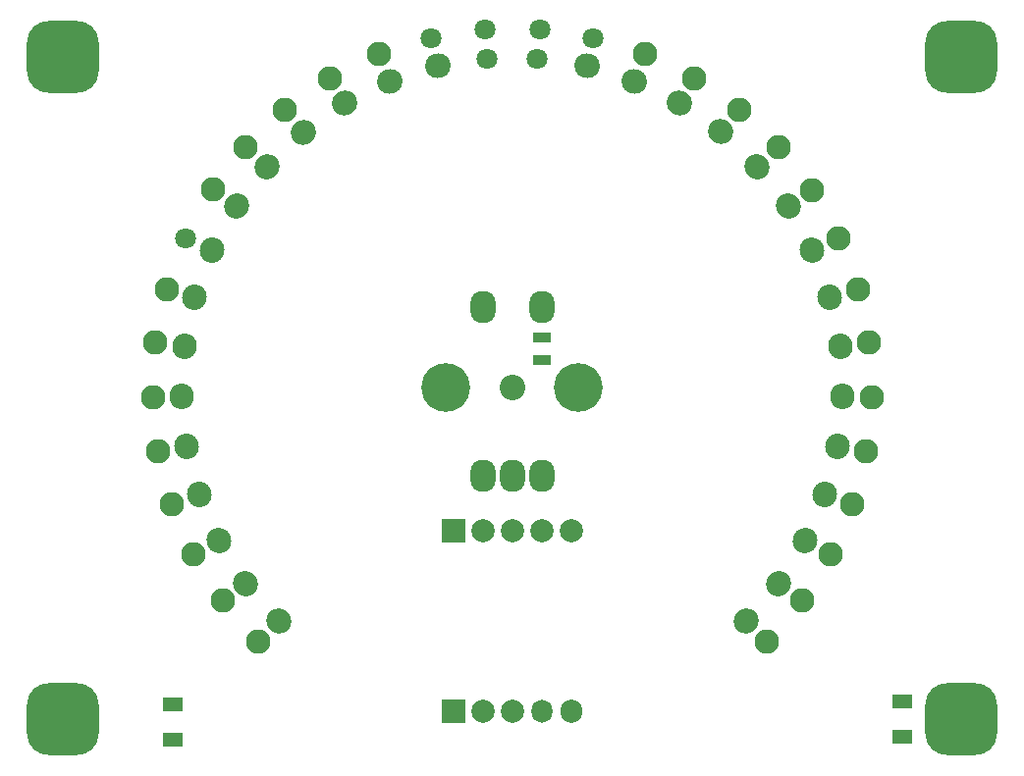
<source format=gbs>
G04 Layer_Color=16711935*
%FSLAX44Y44*%
%MOMM*%
G71*
G01*
G75*
%ADD66R,1.5032X0.9032*%
%ADD71R,1.8032X1.2032*%
%ADD75O,1.9032X2.0032*%
%ADD76O,1.8032X2.0032*%
%ADD77C,2.0032*%
%ADD78R,2.0032X2.0032*%
%ADD79C,2.2032*%
G04:AMPARAMS|DCode=80|XSize=6.2032mm|YSize=6.2032mm|CornerRadius=1.9016mm|HoleSize=0mm|Usage=FLASHONLY|Rotation=0.000|XOffset=0mm|YOffset=0mm|HoleType=Round|Shape=RoundedRectangle|*
%AMROUNDEDRECTD80*
21,1,6.2032,2.4000,0,0,0.0*
21,1,2.4000,6.2032,0,0,0.0*
1,1,3.8032,1.2000,-1.2000*
1,1,3.8032,-1.2000,-1.2000*
1,1,3.8032,-1.2000,1.2000*
1,1,3.8032,1.2000,1.2000*
%
%ADD80ROUNDEDRECTD80*%
%ADD81C,2.1032*%
G04:AMPARAMS|DCode=82|XSize=2.1032mm|YSize=2.2032mm|CornerRadius=0mm|HoleSize=0mm|Usage=FLASHONLY|Rotation=315.063|XOffset=0mm|YOffset=0mm|HoleType=Round|Shape=Round|*
%AMOVALD82*
21,1,0.1000,2.1032,0.0000,0.0000,45.1*
1,1,2.1032,-0.0353,-0.0354*
1,1,2.1032,0.0353,0.0354*
%
%ADD82OVALD82*%

G04:AMPARAMS|DCode=83|XSize=2.1032mm|YSize=2.2032mm|CornerRadius=0mm|HoleSize=0mm|Usage=FLASHONLY|Rotation=24.678|XOffset=0mm|YOffset=0mm|HoleType=Round|Shape=Round|*
%AMOVALD83*
21,1,0.1000,2.1032,0.0000,0.0000,114.7*
1,1,2.1032,0.0209,-0.0454*
1,1,2.1032,-0.0209,0.0454*
%
%ADD83OVALD83*%

%ADD84C,1.8032*%
G04:AMPARAMS|DCode=85|XSize=2.1032mm|YSize=2.2032mm|CornerRadius=0mm|HoleSize=0mm|Usage=FLASHONLY|Rotation=163.883|XOffset=0mm|YOffset=0mm|HoleType=Round|Shape=Round|*
%AMOVALD85*
21,1,0.1000,2.1032,0.0000,0.0000,253.9*
1,1,2.1032,0.0139,0.0480*
1,1,2.1032,-0.0139,-0.0480*
%
%ADD85OVALD85*%

G04:AMPARAMS|DCode=86|XSize=2.1032mm|YSize=2.2032mm|CornerRadius=0mm|HoleSize=0mm|Usage=FLASHONLY|Rotation=323.650|XOffset=0mm|YOffset=0mm|HoleType=Round|Shape=Round|*
%AMOVALD86*
21,1,0.1000,2.1032,0.0000,0.0000,53.6*
1,1,2.1032,-0.0296,-0.0403*
1,1,2.1032,0.0296,0.0403*
%
%ADD86OVALD86*%

G04:AMPARAMS|DCode=87|XSize=2.1032mm|YSize=2.2032mm|CornerRadius=0mm|HoleSize=0mm|Usage=FLASHONLY|Rotation=33.388|XOffset=0mm|YOffset=0mm|HoleType=Round|Shape=Round|*
%AMOVALD87*
21,1,0.1000,2.1032,0.0000,0.0000,123.4*
1,1,2.1032,0.0275,-0.0418*
1,1,2.1032,-0.0275,0.0418*
%
%ADD87OVALD87*%

G04:AMPARAMS|DCode=88|XSize=2.1032mm|YSize=2.2032mm|CornerRadius=0mm|HoleSize=0mm|Usage=FLASHONLY|Rotation=103.066|XOffset=0mm|YOffset=0mm|HoleType=Round|Shape=Round|*
%AMOVALD88*
21,1,0.1000,2.1032,0.0000,0.0000,193.1*
1,1,2.1032,0.0487,0.0113*
1,1,2.1032,-0.0487,-0.0113*
%
%ADD88OVALD88*%

G04:AMPARAMS|DCode=89|XSize=2.1032mm|YSize=2.2032mm|CornerRadius=0mm|HoleSize=0mm|Usage=FLASHONLY|Rotation=172.744|XOffset=0mm|YOffset=0mm|HoleType=Round|Shape=Round|*
%AMOVALD89*
21,1,0.1000,2.1032,0.0000,0.0000,262.7*
1,1,2.1032,0.0063,0.0496*
1,1,2.1032,-0.0063,-0.0496*
%
%ADD89OVALD89*%

G04:AMPARAMS|DCode=90|XSize=2.1032mm|YSize=2.2032mm|CornerRadius=0mm|HoleSize=0mm|Usage=FLASHONLY|Rotation=332.467|XOffset=0mm|YOffset=0mm|HoleType=Round|Shape=Round|*
%AMOVALD90*
21,1,0.1000,2.1032,0.0000,0.0000,62.5*
1,1,2.1032,-0.0231,-0.0443*
1,1,2.1032,0.0231,0.0443*
%
%ADD90OVALD90*%

G04:AMPARAMS|DCode=91|XSize=2.1032mm|YSize=2.2032mm|CornerRadius=0mm|HoleSize=0mm|Usage=FLASHONLY|Rotation=42.098|XOffset=0mm|YOffset=0mm|HoleType=Round|Shape=Round|*
%AMOVALD91*
21,1,0.1000,2.1032,0.0000,0.0000,132.1*
1,1,2.1032,0.0335,-0.0371*
1,1,2.1032,-0.0335,0.0371*
%
%ADD91OVALD91*%

G04:AMPARAMS|DCode=92|XSize=2.1032mm|YSize=2.2032mm|CornerRadius=0mm|HoleSize=0mm|Usage=FLASHONLY|Rotation=111.776|XOffset=0mm|YOffset=0mm|HoleType=Round|Shape=Round|*
%AMOVALD92*
21,1,0.1000,2.1032,0.0000,0.0000,201.8*
1,1,2.1032,0.0464,0.0186*
1,1,2.1032,-0.0464,-0.0186*
%
%ADD92OVALD92*%

G04:AMPARAMS|DCode=93|XSize=2.1032mm|YSize=2.2032mm|CornerRadius=0mm|HoleSize=0mm|Usage=FLASHONLY|Rotation=181.453|XOffset=0mm|YOffset=0mm|HoleType=Round|Shape=Round|*
%AMOVALD93*
21,1,0.1000,2.1032,0.0000,0.0000,271.5*
1,1,2.1032,-0.0013,0.0500*
1,1,2.1032,0.0013,-0.0500*
%
%ADD93OVALD93*%

G04:AMPARAMS|DCode=94|XSize=2.1032mm|YSize=2.2032mm|CornerRadius=0mm|HoleSize=0mm|Usage=FLASHONLY|Rotation=341.100|XOffset=0mm|YOffset=0mm|HoleType=Round|Shape=Round|*
%AMOVALD94*
21,1,0.1000,2.1032,0.0000,0.0000,71.1*
1,1,2.1032,-0.0162,-0.0473*
1,1,2.1032,0.0162,0.0473*
%
%ADD94OVALD94*%

G04:AMPARAMS|DCode=95|XSize=2.1032mm|YSize=2.2032mm|CornerRadius=0mm|HoleSize=0mm|Usage=FLASHONLY|Rotation=50.807|XOffset=0mm|YOffset=0mm|HoleType=Round|Shape=Round|*
%AMOVALD95*
21,1,0.1000,2.1032,0.0000,0.0000,140.8*
1,1,2.1032,0.0387,-0.0316*
1,1,2.1032,-0.0387,0.0316*
%
%ADD95OVALD95*%

G04:AMPARAMS|DCode=96|XSize=2.1032mm|YSize=2.2032mm|CornerRadius=0mm|HoleSize=0mm|Usage=FLASHONLY|Rotation=120.486|XOffset=0mm|YOffset=0mm|HoleType=Round|Shape=Round|*
%AMOVALD96*
21,1,0.1000,2.1032,0.0000,0.0000,210.5*
1,1,2.1032,0.0431,0.0254*
1,1,2.1032,-0.0431,-0.0254*
%
%ADD96OVALD96*%

G04:AMPARAMS|DCode=97|XSize=2.1032mm|YSize=2.2032mm|CornerRadius=0mm|HoleSize=0mm|Usage=FLASHONLY|Rotation=190.163|XOffset=0mm|YOffset=0mm|HoleType=Round|Shape=Round|*
%AMOVALD97*
21,1,0.1000,2.1032,0.0000,0.0000,280.2*
1,1,2.1032,-0.0088,0.0492*
1,1,2.1032,0.0088,-0.0492*
%
%ADD97OVALD97*%

G04:AMPARAMS|DCode=98|XSize=2.1032mm|YSize=2.2032mm|CornerRadius=0mm|HoleSize=0mm|Usage=FLASHONLY|Rotation=349.821|XOffset=0mm|YOffset=0mm|HoleType=Round|Shape=Round|*
%AMOVALD98*
21,1,0.1000,2.1032,0.0000,0.0000,79.8*
1,1,2.1032,-0.0088,-0.0492*
1,1,2.1032,0.0088,0.0492*
%
%ADD98OVALD98*%

G04:AMPARAMS|DCode=99|XSize=2.1032mm|YSize=2.2032mm|CornerRadius=0mm|HoleSize=0mm|Usage=FLASHONLY|Rotation=59.517|XOffset=0mm|YOffset=0mm|HoleType=Round|Shape=Round|*
%AMOVALD99*
21,1,0.1000,2.1032,0.0000,0.0000,149.5*
1,1,2.1032,0.0431,-0.0254*
1,1,2.1032,-0.0431,0.0254*
%
%ADD99OVALD99*%

G04:AMPARAMS|DCode=100|XSize=2.1032mm|YSize=2.2032mm|CornerRadius=0mm|HoleSize=0mm|Usage=FLASHONLY|Rotation=129.199|XOffset=0mm|YOffset=0mm|HoleType=Round|Shape=Round|*
%AMOVALD100*
21,1,0.1000,2.1032,0.0000,0.0000,219.2*
1,1,2.1032,0.0387,0.0316*
1,1,2.1032,-0.0387,-0.0316*
%
%ADD100OVALD100*%

G04:AMPARAMS|DCode=101|XSize=2.1032mm|YSize=2.2032mm|CornerRadius=0mm|HoleSize=0mm|Usage=FLASHONLY|Rotation=198.889|XOffset=0mm|YOffset=0mm|HoleType=Round|Shape=Round|*
%AMOVALD101*
21,1,0.1000,2.1032,0.0000,0.0000,288.9*
1,1,2.1032,-0.0162,0.0473*
1,1,2.1032,0.0162,-0.0473*
%
%ADD101OVALD101*%

G04:AMPARAMS|DCode=102|XSize=2.1032mm|YSize=2.2032mm|CornerRadius=0mm|HoleSize=0mm|Usage=FLASHONLY|Rotation=358.549|XOffset=0mm|YOffset=0mm|HoleType=Round|Shape=Round|*
%AMOVALD102*
21,1,0.1000,2.1032,0.0000,0.0000,88.5*
1,1,2.1032,-0.0013,-0.0500*
1,1,2.1032,0.0013,0.0500*
%
%ADD102OVALD102*%

G04:AMPARAMS|DCode=103|XSize=2.1032mm|YSize=2.2032mm|CornerRadius=0mm|HoleSize=0mm|Usage=FLASHONLY|Rotation=68.227|XOffset=0mm|YOffset=0mm|HoleType=Round|Shape=Round|*
%AMOVALD103*
21,1,0.1000,2.1032,0.0000,0.0000,158.2*
1,1,2.1032,0.0464,-0.0186*
1,1,2.1032,-0.0464,0.0186*
%
%ADD103OVALD103*%

G04:AMPARAMS|DCode=104|XSize=2.1032mm|YSize=2.2032mm|CornerRadius=0mm|HoleSize=0mm|Usage=FLASHONLY|Rotation=137.905|XOffset=0mm|YOffset=0mm|HoleType=Round|Shape=Round|*
%AMOVALD104*
21,1,0.1000,2.1032,0.0000,0.0000,227.9*
1,1,2.1032,0.0335,0.0371*
1,1,2.1032,-0.0335,-0.0371*
%
%ADD104OVALD104*%

G04:AMPARAMS|DCode=105|XSize=2.1032mm|YSize=2.2032mm|CornerRadius=0mm|HoleSize=0mm|Usage=FLASHONLY|Rotation=207.583|XOffset=0mm|YOffset=0mm|HoleType=Round|Shape=Round|*
%AMOVALD105*
21,1,0.1000,2.1032,0.0000,0.0000,297.6*
1,1,2.1032,-0.0232,0.0443*
1,1,2.1032,0.0232,-0.0443*
%
%ADD105OVALD105*%

G04:AMPARAMS|DCode=106|XSize=2.1032mm|YSize=2.2032mm|CornerRadius=0mm|HoleSize=0mm|Usage=FLASHONLY|Rotation=7.259|XOffset=0mm|YOffset=0mm|HoleType=Round|Shape=Round|*
%AMOVALD106*
21,1,0.1000,2.1032,0.0000,0.0000,97.3*
1,1,2.1032,0.0063,-0.0496*
1,1,2.1032,-0.0063,0.0496*
%
%ADD106OVALD106*%

G04:AMPARAMS|DCode=107|XSize=2.1032mm|YSize=2.2032mm|CornerRadius=0mm|HoleSize=0mm|Usage=FLASHONLY|Rotation=76.940|XOffset=0mm|YOffset=0mm|HoleType=Round|Shape=Round|*
%AMOVALD107*
21,1,0.1000,2.1032,0.0000,0.0000,166.9*
1,1,2.1032,0.0487,-0.0113*
1,1,2.1032,-0.0487,0.0113*
%
%ADD107OVALD107*%

G04:AMPARAMS|DCode=108|XSize=2.1032mm|YSize=2.2032mm|CornerRadius=0mm|HoleSize=0mm|Usage=FLASHONLY|Rotation=216.983|XOffset=0mm|YOffset=0mm|HoleType=Round|Shape=Round|*
%AMOVALD108*
21,1,0.1000,2.1032,0.0000,0.0000,307.0*
1,1,2.1032,-0.0301,0.0399*
1,1,2.1032,0.0301,-0.0399*
%
%ADD108OVALD108*%

G04:AMPARAMS|DCode=109|XSize=2.1032mm|YSize=2.2032mm|CornerRadius=0mm|HoleSize=0mm|Usage=FLASHONLY|Rotation=15.844|XOffset=0mm|YOffset=0mm|HoleType=Round|Shape=Round|*
%AMOVALD109*
21,1,0.1000,2.1032,0.0000,0.0000,105.8*
1,1,2.1032,0.0137,-0.0481*
1,1,2.1032,-0.0137,0.0481*
%
%ADD109OVALD109*%

G04:AMPARAMS|DCode=110|XSize=2.1032mm|YSize=2.2032mm|CornerRadius=0mm|HoleSize=0mm|Usage=FLASHONLY|Rotation=157.434|XOffset=0mm|YOffset=0mm|HoleType=Round|Shape=Round|*
%AMOVALD110*
21,1,0.1000,2.1032,0.0000,0.0000,247.4*
1,1,2.1032,0.0192,0.0462*
1,1,2.1032,-0.0192,-0.0462*
%
%ADD110OVALD110*%

G04:AMPARAMS|DCode=111|XSize=2.1032mm|YSize=2.2032mm|CornerRadius=0mm|HoleSize=0mm|Usage=FLASHONLY|Rotation=225.000|XOffset=0mm|YOffset=0mm|HoleType=Round|Shape=Round|*
%AMOVALD111*
21,1,0.1000,2.1032,0.0000,0.0000,315.0*
1,1,2.1032,-0.0353,0.0353*
1,1,2.1032,0.0353,-0.0353*
%
%ADD111OVALD111*%

%ADD112O,2.2032X2.8032*%
%ADD113C,4.2032*%
D66*
X25400Y43688D02*
D03*
Y24384D02*
D03*
D71*
X-292608Y-273544D02*
D03*
Y-303544D02*
D03*
X336550Y-270750D02*
D03*
Y-300750D02*
D03*
D75*
X50800Y-279400D02*
D03*
D76*
X25400D02*
D03*
D77*
X0D02*
D03*
X-25400D02*
D03*
Y-123190D02*
D03*
X0D02*
D03*
X25400D02*
D03*
X50800D02*
D03*
D78*
X-50800Y-279400D02*
D03*
Y-123190D02*
D03*
D79*
X0Y0D02*
D03*
D80*
X387350Y285750D02*
D03*
X-387350D02*
D03*
Y-285750D02*
D03*
X387350D02*
D03*
D81*
X219441Y-218959D02*
D03*
X281687Y129431D02*
D03*
X-298041Y85273D02*
D03*
X249680Y-183745D02*
D03*
X258839Y170595D02*
D03*
X-307518Y39153D02*
D03*
X274892Y-143304D02*
D03*
X230021Y207823D02*
D03*
X-115003Y287879D02*
D03*
X-309900Y-7863D02*
D03*
X293390Y-100109D02*
D03*
X195898Y240258D02*
D03*
X-157270Y267145D02*
D03*
X-305136Y-54700D02*
D03*
X305121Y-54783D02*
D03*
X157256Y267152D02*
D03*
X-195926Y240235D02*
D03*
X-293306Y-100358D02*
D03*
X309900Y-7851D02*
D03*
X114988Y287885D02*
D03*
X-230031Y207811D02*
D03*
X-274765Y-143542D02*
D03*
X307516Y39168D02*
D03*
X-258174Y171552D02*
D03*
X-249678Y-183738D02*
D03*
X298046Y85257D02*
D03*
X-219203Y-219203D02*
D03*
D82*
X201744Y-201301D02*
D03*
D83*
X258970Y118993D02*
D03*
D84*
X-23546Y309104D02*
D03*
X-21647Y284177D02*
D03*
X-70083Y301974D02*
D03*
X70051Y301982D02*
D03*
X23635Y309097D02*
D03*
X21496Y284189D02*
D03*
X-281973Y128784D02*
D03*
D85*
X-274024Y78333D02*
D03*
D86*
X229545Y-168927D02*
D03*
X-237987Y156805D02*
D03*
D87*
X237965Y156837D02*
D03*
D88*
X-64431Y277621D02*
D03*
D89*
X-282718Y35995D02*
D03*
D90*
X252724Y-131747D02*
D03*
D91*
X211471Y191063D02*
D03*
D92*
X-105728Y264663D02*
D03*
D93*
X-284908Y-7229D02*
D03*
D94*
X269738Y-92011D02*
D03*
D95*
X180100Y220883D02*
D03*
D96*
X-144587Y245601D02*
D03*
D97*
X-280528Y-50289D02*
D03*
D98*
X280515Y-50365D02*
D03*
D99*
X144574Y245608D02*
D03*
D100*
X-180126Y220861D02*
D03*
D101*
X-269652Y-92264D02*
D03*
D102*
X284909Y-7218D02*
D03*
D103*
X105715Y264668D02*
D03*
D104*
X-211480Y191052D02*
D03*
D105*
X-252607Y-131966D02*
D03*
D106*
X282716Y36009D02*
D03*
D107*
X64402Y277628D02*
D03*
D108*
X-229708Y-168698D02*
D03*
D109*
X273995Y78432D02*
D03*
D110*
X-258887Y119190D02*
D03*
D111*
X-201525Y-201525D02*
D03*
D112*
X25400Y69850D02*
D03*
X-25400D02*
D03*
X0Y-76200D02*
D03*
X25400D02*
D03*
X-25400D02*
D03*
D113*
X-57150Y0D02*
D03*
X57150Y0D02*
D03*
M02*

</source>
